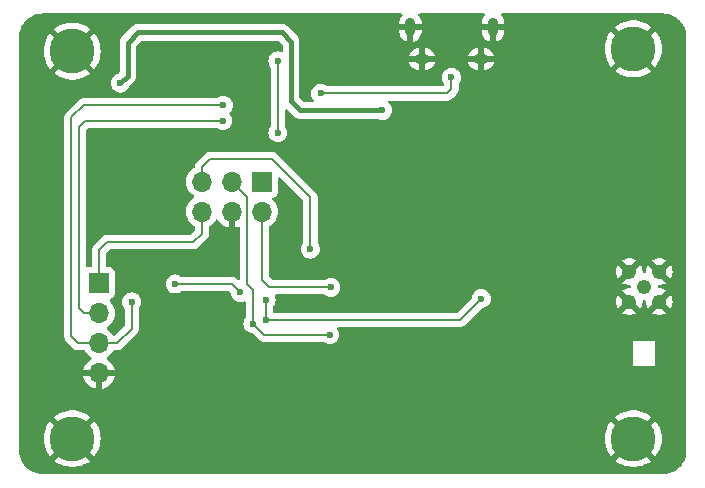
<source format=gbr>
%TF.GenerationSoftware,KiCad,Pcbnew,8.0.4-8.0.4-0~ubuntu24.04.1*%
%TF.CreationDate,2024-08-31T18:15:13+03:00*%
%TF.ProjectId,ground_control_using_pc,67726f75-6e64-45f6-936f-6e74726f6c5f,rev?*%
%TF.SameCoordinates,Original*%
%TF.FileFunction,Copper,L2,Bot*%
%TF.FilePolarity,Positive*%
%FSLAX46Y46*%
G04 Gerber Fmt 4.6, Leading zero omitted, Abs format (unit mm)*
G04 Created by KiCad (PCBNEW 8.0.4-8.0.4-0~ubuntu24.04.1) date 2024-08-31 18:15:13*
%MOMM*%
%LPD*%
G01*
G04 APERTURE LIST*
%TA.AperFunction,ComponentPad*%
%ADD10C,3.800000*%
%TD*%
%TA.AperFunction,ComponentPad*%
%ADD11R,1.700000X1.700000*%
%TD*%
%TA.AperFunction,ComponentPad*%
%ADD12O,1.700000X1.700000*%
%TD*%
%TA.AperFunction,ComponentPad*%
%ADD13C,1.240000*%
%TD*%
%TA.AperFunction,ComponentPad*%
%ADD14O,0.890000X1.550000*%
%TD*%
%TA.AperFunction,ComponentPad*%
%ADD15O,1.250000X0.950000*%
%TD*%
%TA.AperFunction,ViaPad*%
%ADD16C,0.600000*%
%TD*%
%TA.AperFunction,Conductor*%
%ADD17C,0.200000*%
%TD*%
%TA.AperFunction,Conductor*%
%ADD18C,0.400000*%
%TD*%
G04 APERTURE END LIST*
D10*
%TO.P,H4,1,1*%
%TO.N,GND*%
X202500000Y-104000000D03*
%TD*%
D11*
%TO.P,J6,1,Pin_1*%
%TO.N,/MISO*%
X171060000Y-82250000D03*
D12*
%TO.P,J6,2,Pin_2*%
%TO.N,/SCLK*%
X171060000Y-84790000D03*
%TO.P,J6,3,Pin_3*%
%TO.N,/reset*%
X168520000Y-82250000D03*
%TO.P,J6,4,Pin_4*%
%TO.N,GND*%
X168520000Y-84790000D03*
%TO.P,J6,5,Pin_5*%
%TO.N,/MOSI*%
X165980000Y-82250000D03*
%TO.P,J6,6,Pin_6*%
%TO.N,+3V3*%
X165980000Y-84790000D03*
%TD*%
D10*
%TO.P,H1,1,1*%
%TO.N,GND*%
X155000000Y-71200000D03*
%TD*%
%TO.P,H2,1,1*%
%TO.N,GND*%
X155000000Y-104000000D03*
%TD*%
D13*
%TO.P,AE1,1,A*%
%TO.N,Net-(AE1-A)*%
X203430000Y-91140000D03*
%TO.P,AE1,2,Shield*%
%TO.N,GND*%
X202160000Y-89870000D03*
X202160000Y-92410000D03*
X204700000Y-89870000D03*
X204700000Y-92410000D03*
%TD*%
D10*
%TO.P,H3,1,1*%
%TO.N,GND*%
X202500000Y-71000000D03*
%TD*%
D14*
%TO.P,J2,6,Shield*%
%TO.N,GND*%
X190620000Y-69180000D03*
D15*
X189620000Y-71880000D03*
X184620000Y-71880000D03*
D14*
X183620000Y-69180000D03*
%TD*%
D11*
%TO.P,J5,1,Pin_1*%
%TO.N,+3V3*%
X157270000Y-90840000D03*
D12*
%TO.P,J5,2,Pin_2*%
%TO.N,/RXD*%
X157270000Y-93380000D03*
%TO.P,J5,3,Pin_3*%
%TO.N,/TXD*%
X157270000Y-95920000D03*
%TO.P,J5,4,Pin_4*%
%TO.N,GND*%
X157270000Y-98460000D03*
%TD*%
D16*
%TO.N,GND*%
X177500000Y-84000000D03*
X187000000Y-97500000D03*
X189000000Y-97500000D03*
X189000000Y-96500000D03*
X185000000Y-97500000D03*
X184000000Y-97500000D03*
X186000000Y-99500000D03*
X187500000Y-106000000D03*
X187000000Y-98500000D03*
X184000000Y-96500000D03*
X166330000Y-98500000D03*
X190000000Y-96500000D03*
X185500000Y-105000000D03*
X184000000Y-98500000D03*
X185000000Y-98500000D03*
X190000000Y-98500000D03*
X188500000Y-105000000D03*
X186000000Y-97500000D03*
X173660000Y-77190000D03*
X176500000Y-86000000D03*
X173650000Y-77970000D03*
X185000000Y-99500000D03*
X168800000Y-89990000D03*
X188000000Y-97500000D03*
X176500000Y-85000000D03*
X189500000Y-105000000D03*
X188000000Y-99500000D03*
X187500000Y-105000000D03*
X186000000Y-96500000D03*
X184500000Y-105000000D03*
X187000000Y-99500000D03*
X188500000Y-106000000D03*
X184000000Y-99500000D03*
X176500000Y-84000000D03*
X189500000Y-106000000D03*
X177500000Y-85000000D03*
X185000000Y-96500000D03*
X184500000Y-106000000D03*
X186000000Y-98500000D03*
X188000000Y-96500000D03*
X187000000Y-96500000D03*
X177840000Y-73390000D03*
X186500000Y-105000000D03*
X190000000Y-99500000D03*
X173610000Y-78700000D03*
X188000000Y-98500000D03*
X189000000Y-99500000D03*
X190000000Y-97500000D03*
X186500000Y-106000000D03*
X177500000Y-86000000D03*
X185500000Y-106000000D03*
X189000000Y-98500000D03*
%TO.N,Net-(U1-XI)*%
X172400000Y-72020000D03*
X172400000Y-78100000D03*
%TO.N,+3V3*%
X171400000Y-92240000D03*
X189630000Y-92150000D03*
X171400000Y-93950000D03*
%TO.N,/RXD*%
X167740000Y-77080000D03*
%TO.N,/TXD*%
X160020000Y-92420000D03*
X167780000Y-75790000D03*
%TO.N,Net-(J2-D+)*%
X187100000Y-73420000D03*
X176020000Y-74780000D03*
%TO.N,/reset*%
X170290000Y-94270000D03*
X176790000Y-95200000D03*
%TO.N,/MOSI*%
X175160000Y-87950000D03*
%TO.N,/SCLK*%
X176890000Y-91200000D03*
%TO.N,Net-(U3-PB0)*%
X163710000Y-90910000D03*
X169230000Y-91630000D03*
%TO.N,Net-(D2-K)*%
X159070000Y-73900000D03*
X181260000Y-76210000D03*
%TD*%
D17*
%TO.N,Net-(U1-XI)*%
X172400000Y-72020000D02*
X172400000Y-78100000D01*
%TO.N,+3V3*%
X157270000Y-88025000D02*
X157270000Y-90840000D01*
X187830000Y-93950000D02*
X189630000Y-92150000D01*
X165980000Y-84790000D02*
X165980000Y-86640000D01*
X171400000Y-92240000D02*
X171400000Y-93950000D01*
X165980000Y-86640000D02*
X165260000Y-87360000D01*
X171400000Y-93950000D02*
X187830000Y-93950000D01*
X165260000Y-87360000D02*
X157935000Y-87360000D01*
X157935000Y-87360000D02*
X157270000Y-88025000D01*
%TO.N,/RXD*%
X155590000Y-77580000D02*
X155590000Y-92980000D01*
X155590000Y-92980000D02*
X155990000Y-93380000D01*
X167740000Y-77080000D02*
X156090000Y-77080000D01*
X155990000Y-93380000D02*
X157270000Y-93380000D01*
X156090000Y-77080000D02*
X155590000Y-77580000D01*
%TO.N,/TXD*%
X155950000Y-75790000D02*
X154930000Y-76810000D01*
X154930000Y-95350000D02*
X155500000Y-95920000D01*
X167780000Y-75790000D02*
X155950000Y-75790000D01*
X160020000Y-92420000D02*
X160020000Y-94720000D01*
X158820000Y-95920000D02*
X157270000Y-95920000D01*
X154930000Y-76810000D02*
X154930000Y-95350000D01*
X155500000Y-95920000D02*
X157270000Y-95920000D01*
X160020000Y-94720000D02*
X158820000Y-95920000D01*
%TO.N,Net-(J2-D+)*%
X186710000Y-74780000D02*
X187100000Y-74390000D01*
X176020000Y-74780000D02*
X186710000Y-74780000D01*
X187100000Y-74390000D02*
X187100000Y-73420000D01*
%TO.N,/reset*%
X170290000Y-91430000D02*
X170290000Y-94270000D01*
X171220000Y-95200000D02*
X176790000Y-95200000D01*
X168520000Y-82250000D02*
X169800000Y-83530000D01*
X170290000Y-94270000D02*
X171220000Y-95200000D01*
X169800000Y-83530000D02*
X169800000Y-90940000D01*
X169800000Y-90940000D02*
X170290000Y-91430000D01*
%TO.N,/MOSI*%
X171910000Y-80330000D02*
X166650000Y-80330000D01*
X166650000Y-80330000D02*
X165980000Y-81000000D01*
X165980000Y-81000000D02*
X165980000Y-82250000D01*
X175160000Y-87950000D02*
X175160000Y-83580000D01*
X175160000Y-83580000D02*
X171910000Y-80330000D01*
%TO.N,/SCLK*%
X176890000Y-91200000D02*
X171690000Y-91200000D01*
X171060000Y-90570000D02*
X171060000Y-84790000D01*
X171690000Y-91200000D02*
X171060000Y-90570000D01*
%TO.N,Net-(U3-PB0)*%
X168510000Y-90910000D02*
X163710000Y-90910000D01*
X169230000Y-91630000D02*
X168510000Y-90910000D01*
D18*
%TO.N,Net-(D2-K)*%
X159700000Y-73270000D02*
X159700000Y-70480000D01*
X159700000Y-70480000D02*
X160580000Y-69600000D01*
X173530000Y-75450000D02*
X174290000Y-76210000D01*
X173530000Y-70400000D02*
X173530000Y-75450000D01*
X172730000Y-69600000D02*
X173530000Y-70400000D01*
X174290000Y-76210000D02*
X181260000Y-76210000D01*
X159070000Y-73900000D02*
X159700000Y-73270000D01*
X160580000Y-69600000D02*
X172730000Y-69600000D01*
%TD*%
%TA.AperFunction,Conductor*%
%TO.N,GND*%
G36*
X182900745Y-68020185D02*
G01*
X182946500Y-68072989D01*
X182956444Y-68142147D01*
X182927419Y-68205703D01*
X182921387Y-68212181D01*
X182885973Y-68247594D01*
X182885970Y-68247598D01*
X182782555Y-68402368D01*
X182782550Y-68402377D01*
X182711316Y-68574353D01*
X182711314Y-68574361D01*
X182675000Y-68756921D01*
X182675000Y-68930000D01*
X183370000Y-68930000D01*
X183370000Y-69430000D01*
X182675000Y-69430000D01*
X182675000Y-69603078D01*
X182711314Y-69785638D01*
X182711316Y-69785646D01*
X182782550Y-69957622D01*
X182782555Y-69957631D01*
X182885970Y-70112401D01*
X182885973Y-70112405D01*
X183017594Y-70244026D01*
X183017598Y-70244029D01*
X183172368Y-70347444D01*
X183172381Y-70347451D01*
X183344350Y-70418682D01*
X183344355Y-70418683D01*
X183370000Y-70423784D01*
X183370000Y-69554728D01*
X183408060Y-69646614D01*
X183478386Y-69716940D01*
X183570272Y-69755000D01*
X183669728Y-69755000D01*
X183761614Y-69716940D01*
X183831940Y-69646614D01*
X183870000Y-69554728D01*
X183870000Y-70423783D01*
X183895644Y-70418683D01*
X183895649Y-70418682D01*
X184067618Y-70347451D01*
X184067631Y-70347444D01*
X184222401Y-70244029D01*
X184222405Y-70244026D01*
X184354026Y-70112405D01*
X184354029Y-70112401D01*
X184457444Y-69957631D01*
X184457449Y-69957622D01*
X184528683Y-69785646D01*
X184528685Y-69785638D01*
X184564999Y-69603078D01*
X184565000Y-69603076D01*
X184565000Y-69430000D01*
X183870000Y-69430000D01*
X183870000Y-68930000D01*
X184565000Y-68930000D01*
X184565000Y-68756923D01*
X184564999Y-68756921D01*
X184528685Y-68574361D01*
X184528683Y-68574353D01*
X184457449Y-68402377D01*
X184457444Y-68402368D01*
X184354029Y-68247598D01*
X184354026Y-68247594D01*
X184318613Y-68212181D01*
X184285128Y-68150858D01*
X184290112Y-68081166D01*
X184331984Y-68025233D01*
X184397448Y-68000816D01*
X184406294Y-68000500D01*
X189833706Y-68000500D01*
X189900745Y-68020185D01*
X189946500Y-68072989D01*
X189956444Y-68142147D01*
X189927419Y-68205703D01*
X189921387Y-68212181D01*
X189885973Y-68247594D01*
X189885970Y-68247598D01*
X189782555Y-68402368D01*
X189782550Y-68402377D01*
X189711316Y-68574353D01*
X189711314Y-68574361D01*
X189675000Y-68756921D01*
X189675000Y-68930000D01*
X190370000Y-68930000D01*
X190370000Y-69430000D01*
X189675000Y-69430000D01*
X189675000Y-69603078D01*
X189711314Y-69785638D01*
X189711316Y-69785646D01*
X189782550Y-69957622D01*
X189782555Y-69957631D01*
X189885970Y-70112401D01*
X189885973Y-70112405D01*
X190017594Y-70244026D01*
X190017598Y-70244029D01*
X190172368Y-70347444D01*
X190172381Y-70347451D01*
X190344350Y-70418682D01*
X190344355Y-70418683D01*
X190370000Y-70423784D01*
X190370000Y-69554728D01*
X190408060Y-69646614D01*
X190478386Y-69716940D01*
X190570272Y-69755000D01*
X190669728Y-69755000D01*
X190761614Y-69716940D01*
X190831940Y-69646614D01*
X190870000Y-69554728D01*
X190870000Y-70423783D01*
X190895644Y-70418683D01*
X190895649Y-70418682D01*
X191067618Y-70347451D01*
X191067631Y-70347444D01*
X191222401Y-70244029D01*
X191222405Y-70244026D01*
X191354026Y-70112405D01*
X191354029Y-70112401D01*
X191457444Y-69957631D01*
X191457449Y-69957622D01*
X191528683Y-69785646D01*
X191528685Y-69785638D01*
X191564999Y-69603078D01*
X191565000Y-69603076D01*
X191565000Y-69430000D01*
X190870000Y-69430000D01*
X190870000Y-68930000D01*
X191565000Y-68930000D01*
X191565000Y-68756923D01*
X191564999Y-68756921D01*
X191528685Y-68574361D01*
X191528683Y-68574353D01*
X191457449Y-68402377D01*
X191457444Y-68402368D01*
X191354029Y-68247598D01*
X191354026Y-68247594D01*
X191318613Y-68212181D01*
X191285128Y-68150858D01*
X191290112Y-68081166D01*
X191331984Y-68025233D01*
X191397448Y-68000816D01*
X191406294Y-68000500D01*
X204934108Y-68000500D01*
X204995933Y-68000500D01*
X205004043Y-68000765D01*
X205252895Y-68017075D01*
X205268953Y-68019190D01*
X205476105Y-68060395D01*
X205509535Y-68067045D01*
X205525202Y-68071243D01*
X205694947Y-68128863D01*
X205757481Y-68150091D01*
X205772458Y-68156294D01*
X205885786Y-68212181D01*
X205992460Y-68264787D01*
X206006508Y-68272897D01*
X206210464Y-68409177D01*
X206223328Y-68419048D01*
X206407749Y-68580781D01*
X206419218Y-68592250D01*
X206457526Y-68635932D01*
X206525451Y-68713386D01*
X206580951Y-68776671D01*
X206590825Y-68789539D01*
X206727102Y-68993492D01*
X206735212Y-69007539D01*
X206843702Y-69227534D01*
X206849909Y-69242520D01*
X206928756Y-69474797D01*
X206932954Y-69490464D01*
X206980807Y-69731035D01*
X206982925Y-69747116D01*
X206996449Y-69953458D01*
X206999235Y-69995956D01*
X206999500Y-70004066D01*
X206999500Y-104995933D01*
X206999235Y-105004043D01*
X206982925Y-105252883D01*
X206980807Y-105268964D01*
X206932954Y-105509535D01*
X206928756Y-105525202D01*
X206849909Y-105757479D01*
X206843702Y-105772465D01*
X206735212Y-105992460D01*
X206727102Y-106006507D01*
X206590825Y-106210460D01*
X206580951Y-106223328D01*
X206419218Y-106407749D01*
X206407749Y-106419218D01*
X206223328Y-106580951D01*
X206210460Y-106590825D01*
X206006507Y-106727102D01*
X205992460Y-106735212D01*
X205772465Y-106843702D01*
X205757479Y-106849909D01*
X205525202Y-106928756D01*
X205509535Y-106932954D01*
X205268964Y-106980807D01*
X205252883Y-106982925D01*
X205004043Y-106999235D01*
X204995933Y-106999500D01*
X152504067Y-106999500D01*
X152495957Y-106999235D01*
X152247116Y-106982925D01*
X152231035Y-106980807D01*
X151990464Y-106932954D01*
X151974797Y-106928756D01*
X151742520Y-106849909D01*
X151727534Y-106843702D01*
X151507539Y-106735212D01*
X151493492Y-106727102D01*
X151289539Y-106590825D01*
X151276671Y-106580951D01*
X151092250Y-106419218D01*
X151080781Y-106407749D01*
X150919048Y-106223328D01*
X150909174Y-106210460D01*
X150772897Y-106006507D01*
X150764787Y-105992460D01*
X150759529Y-105981799D01*
X150656294Y-105772458D01*
X150650090Y-105757479D01*
X150571243Y-105525202D01*
X150567045Y-105509535D01*
X150547935Y-105413464D01*
X150519190Y-105268953D01*
X150517075Y-105252895D01*
X150500765Y-105004043D01*
X150500500Y-104995933D01*
X150500500Y-103999994D01*
X152595255Y-103999994D01*
X152595255Y-104000005D01*
X152614215Y-104301383D01*
X152614216Y-104301390D01*
X152670805Y-104598040D01*
X152764125Y-104885247D01*
X152764127Y-104885252D01*
X152892704Y-105158491D01*
X152892707Y-105158497D01*
X153054516Y-105413469D01*
X153135311Y-105511133D01*
X154063708Y-104582736D01*
X154160967Y-104716602D01*
X154283398Y-104839033D01*
X154417262Y-104936290D01*
X153486564Y-105866987D01*
X153486565Y-105866989D01*
X153711461Y-106030385D01*
X153711479Y-106030397D01*
X153976109Y-106175878D01*
X153976117Y-106175882D01*
X154256889Y-106287047D01*
X154256892Y-106287048D01*
X154549399Y-106362150D01*
X154848995Y-106399999D01*
X154849007Y-106400000D01*
X155150993Y-106400000D01*
X155151004Y-106399999D01*
X155450600Y-106362150D01*
X155743107Y-106287048D01*
X155743110Y-106287047D01*
X156023882Y-106175882D01*
X156023890Y-106175878D01*
X156288520Y-106030397D01*
X156288530Y-106030390D01*
X156513433Y-105866987D01*
X156513434Y-105866987D01*
X155582737Y-104936290D01*
X155716602Y-104839033D01*
X155839033Y-104716602D01*
X155936290Y-104582737D01*
X156864687Y-105511134D01*
X156945486Y-105413464D01*
X157107292Y-105158497D01*
X157107295Y-105158491D01*
X157235872Y-104885252D01*
X157235874Y-104885247D01*
X157329194Y-104598040D01*
X157385783Y-104301390D01*
X157385784Y-104301383D01*
X157404745Y-104000005D01*
X157404745Y-103999994D01*
X200095255Y-103999994D01*
X200095255Y-104000005D01*
X200114215Y-104301383D01*
X200114216Y-104301390D01*
X200170805Y-104598040D01*
X200264125Y-104885247D01*
X200264127Y-104885252D01*
X200392704Y-105158491D01*
X200392707Y-105158497D01*
X200554516Y-105413469D01*
X200635311Y-105511133D01*
X201563708Y-104582736D01*
X201660967Y-104716602D01*
X201783398Y-104839033D01*
X201917262Y-104936290D01*
X200986564Y-105866987D01*
X200986565Y-105866989D01*
X201211461Y-106030385D01*
X201211479Y-106030397D01*
X201476109Y-106175878D01*
X201476117Y-106175882D01*
X201756889Y-106287047D01*
X201756892Y-106287048D01*
X202049399Y-106362150D01*
X202348995Y-106399999D01*
X202349007Y-106400000D01*
X202650993Y-106400000D01*
X202651004Y-106399999D01*
X202950600Y-106362150D01*
X203243107Y-106287048D01*
X203243110Y-106287047D01*
X203523882Y-106175882D01*
X203523890Y-106175878D01*
X203788520Y-106030397D01*
X203788530Y-106030390D01*
X204013433Y-105866987D01*
X204013434Y-105866987D01*
X203082737Y-104936290D01*
X203216602Y-104839033D01*
X203339033Y-104716602D01*
X203436290Y-104582737D01*
X204364687Y-105511134D01*
X204445486Y-105413464D01*
X204607292Y-105158497D01*
X204607295Y-105158491D01*
X204735872Y-104885252D01*
X204735874Y-104885247D01*
X204829194Y-104598040D01*
X204885783Y-104301390D01*
X204885784Y-104301383D01*
X204904745Y-104000005D01*
X204904745Y-103999994D01*
X204885784Y-103698616D01*
X204885783Y-103698609D01*
X204829194Y-103401959D01*
X204735874Y-103114752D01*
X204735872Y-103114747D01*
X204607295Y-102841508D01*
X204607292Y-102841502D01*
X204445483Y-102586530D01*
X204364686Y-102488864D01*
X203436289Y-103417261D01*
X203339033Y-103283398D01*
X203216602Y-103160967D01*
X203082736Y-103063709D01*
X204013434Y-102133011D01*
X204013433Y-102133009D01*
X203788538Y-101969614D01*
X203788520Y-101969602D01*
X203523890Y-101824121D01*
X203523882Y-101824117D01*
X203243110Y-101712952D01*
X203243107Y-101712951D01*
X202950600Y-101637849D01*
X202651004Y-101600000D01*
X202348995Y-101600000D01*
X202049399Y-101637849D01*
X201756892Y-101712951D01*
X201756889Y-101712952D01*
X201476117Y-101824117D01*
X201476109Y-101824121D01*
X201211476Y-101969604D01*
X201211471Y-101969607D01*
X200986565Y-102133010D01*
X200986564Y-102133011D01*
X201917262Y-103063709D01*
X201783398Y-103160967D01*
X201660967Y-103283398D01*
X201563709Y-103417262D01*
X200635311Y-102488864D01*
X200554520Y-102586525D01*
X200554518Y-102586528D01*
X200392707Y-102841502D01*
X200392704Y-102841508D01*
X200264127Y-103114747D01*
X200264125Y-103114752D01*
X200170805Y-103401959D01*
X200114216Y-103698609D01*
X200114215Y-103698616D01*
X200095255Y-103999994D01*
X157404745Y-103999994D01*
X157385784Y-103698616D01*
X157385783Y-103698609D01*
X157329194Y-103401959D01*
X157235874Y-103114752D01*
X157235872Y-103114747D01*
X157107295Y-102841508D01*
X157107292Y-102841502D01*
X156945483Y-102586530D01*
X156864686Y-102488864D01*
X155936289Y-103417261D01*
X155839033Y-103283398D01*
X155716602Y-103160967D01*
X155582736Y-103063709D01*
X156513434Y-102133011D01*
X156513433Y-102133009D01*
X156288538Y-101969614D01*
X156288520Y-101969602D01*
X156023890Y-101824121D01*
X156023882Y-101824117D01*
X155743110Y-101712952D01*
X155743107Y-101712951D01*
X155450600Y-101637849D01*
X155151004Y-101600000D01*
X154848995Y-101600000D01*
X154549399Y-101637849D01*
X154256892Y-101712951D01*
X154256889Y-101712952D01*
X153976117Y-101824117D01*
X153976109Y-101824121D01*
X153711476Y-101969604D01*
X153711471Y-101969607D01*
X153486565Y-102133010D01*
X153486564Y-102133011D01*
X154417262Y-103063709D01*
X154283398Y-103160967D01*
X154160967Y-103283398D01*
X154063709Y-103417262D01*
X153135311Y-102488864D01*
X153054520Y-102586525D01*
X153054518Y-102586528D01*
X152892707Y-102841502D01*
X152892704Y-102841508D01*
X152764127Y-103114747D01*
X152764125Y-103114752D01*
X152670805Y-103401959D01*
X152614216Y-103698609D01*
X152614215Y-103698616D01*
X152595255Y-103999994D01*
X150500500Y-103999994D01*
X150500500Y-95429054D01*
X154329498Y-95429054D01*
X154329499Y-95429057D01*
X154370423Y-95581785D01*
X154397201Y-95628165D01*
X154449480Y-95718716D01*
X154561284Y-95830520D01*
X154561285Y-95830521D01*
X155131284Y-96400520D01*
X155131286Y-96400521D01*
X155131290Y-96400524D01*
X155268209Y-96479573D01*
X155268216Y-96479577D01*
X155420943Y-96520501D01*
X155420945Y-96520501D01*
X155586654Y-96520501D01*
X155586670Y-96520500D01*
X155980909Y-96520500D01*
X156047948Y-96540185D01*
X156093292Y-96592097D01*
X156095965Y-96597830D01*
X156095966Y-96597831D01*
X156231501Y-96791395D01*
X156231506Y-96791402D01*
X156398597Y-96958493D01*
X156398603Y-96958498D01*
X156584594Y-97088730D01*
X156628219Y-97143307D01*
X156635413Y-97212805D01*
X156603890Y-97275160D01*
X156584595Y-97291880D01*
X156398922Y-97421890D01*
X156398920Y-97421891D01*
X156231891Y-97588920D01*
X156231886Y-97588926D01*
X156096400Y-97782420D01*
X156096399Y-97782422D01*
X155996570Y-97996507D01*
X155996567Y-97996513D01*
X155939364Y-98209999D01*
X155939364Y-98210000D01*
X156836988Y-98210000D01*
X156804075Y-98267007D01*
X156770000Y-98394174D01*
X156770000Y-98525826D01*
X156804075Y-98652993D01*
X156836988Y-98710000D01*
X155939364Y-98710000D01*
X155996567Y-98923486D01*
X155996570Y-98923492D01*
X156096399Y-99137578D01*
X156231894Y-99331082D01*
X156398917Y-99498105D01*
X156592421Y-99633600D01*
X156806507Y-99733429D01*
X156806516Y-99733433D01*
X157020000Y-99790634D01*
X157020000Y-98893012D01*
X157077007Y-98925925D01*
X157204174Y-98960000D01*
X157335826Y-98960000D01*
X157462993Y-98925925D01*
X157520000Y-98893012D01*
X157520000Y-99790633D01*
X157733483Y-99733433D01*
X157733492Y-99733429D01*
X157947578Y-99633600D01*
X158141082Y-99498105D01*
X158308105Y-99331082D01*
X158443600Y-99137578D01*
X158543429Y-98923492D01*
X158543432Y-98923486D01*
X158600636Y-98710000D01*
X157703012Y-98710000D01*
X157735925Y-98652993D01*
X157770000Y-98525826D01*
X157770000Y-98394174D01*
X157735925Y-98267007D01*
X157703012Y-98210000D01*
X158600636Y-98210000D01*
X158600635Y-98209999D01*
X158543432Y-97996513D01*
X158543429Y-97996507D01*
X158472780Y-97845000D01*
X202470000Y-97845000D01*
X204370000Y-97845000D01*
X204370000Y-95755000D01*
X202470000Y-95755000D01*
X202470000Y-97845000D01*
X158472780Y-97845000D01*
X158443600Y-97782422D01*
X158443599Y-97782420D01*
X158308113Y-97588926D01*
X158308108Y-97588920D01*
X158141078Y-97421890D01*
X157955405Y-97291879D01*
X157911780Y-97237302D01*
X157904588Y-97167804D01*
X157936110Y-97105449D01*
X157955406Y-97088730D01*
X158141401Y-96958495D01*
X158308495Y-96791401D01*
X158444035Y-96597830D01*
X158446707Y-96592097D01*
X158492878Y-96539658D01*
X158559091Y-96520500D01*
X158733331Y-96520500D01*
X158733347Y-96520501D01*
X158740943Y-96520501D01*
X158899054Y-96520501D01*
X158899057Y-96520501D01*
X159051785Y-96479577D01*
X159101904Y-96450639D01*
X159188716Y-96400520D01*
X159300520Y-96288716D01*
X159300520Y-96288714D01*
X159310728Y-96278507D01*
X159310730Y-96278504D01*
X160378506Y-95210728D01*
X160378511Y-95210724D01*
X160388714Y-95200520D01*
X160388716Y-95200520D01*
X160500520Y-95088716D01*
X160554171Y-94995789D01*
X160579577Y-94951785D01*
X160620500Y-94799058D01*
X160620500Y-94640943D01*
X160620500Y-93002412D01*
X160640185Y-92935373D01*
X160647555Y-92925097D01*
X160649810Y-92922267D01*
X160649816Y-92922262D01*
X160745789Y-92769522D01*
X160805368Y-92599255D01*
X160808426Y-92572114D01*
X160825565Y-92420003D01*
X160825565Y-92419996D01*
X160805369Y-92240750D01*
X160805368Y-92240745D01*
X160805106Y-92239996D01*
X160745789Y-92070478D01*
X160739676Y-92060750D01*
X160683126Y-91970750D01*
X160649816Y-91917738D01*
X160522262Y-91790184D01*
X160439010Y-91737873D01*
X160369523Y-91694211D01*
X160199254Y-91634631D01*
X160199249Y-91634630D01*
X160020004Y-91614435D01*
X160019996Y-91614435D01*
X159840750Y-91634630D01*
X159840745Y-91634631D01*
X159670476Y-91694211D01*
X159517737Y-91790184D01*
X159390184Y-91917737D01*
X159294211Y-92070476D01*
X159234631Y-92240745D01*
X159234630Y-92240750D01*
X159214435Y-92419996D01*
X159214435Y-92420003D01*
X159234630Y-92599249D01*
X159234631Y-92599254D01*
X159294211Y-92769523D01*
X159323622Y-92816330D01*
X159386465Y-92916344D01*
X159390185Y-92922263D01*
X159392445Y-92925097D01*
X159393334Y-92927275D01*
X159393889Y-92928158D01*
X159393734Y-92928255D01*
X159418855Y-92989783D01*
X159419500Y-93002412D01*
X159419500Y-94419903D01*
X159399815Y-94486942D01*
X159383181Y-94507584D01*
X158632773Y-95257991D01*
X158571450Y-95291476D01*
X158501758Y-95286492D01*
X158445825Y-95244620D01*
X158443554Y-95241485D01*
X158308495Y-95048599D01*
X158308493Y-95048596D01*
X158141402Y-94881506D01*
X158141396Y-94881501D01*
X157955842Y-94751575D01*
X157912217Y-94696998D01*
X157905023Y-94627500D01*
X157936546Y-94565145D01*
X157955842Y-94548425D01*
X157978026Y-94532891D01*
X158141401Y-94418495D01*
X158308495Y-94251401D01*
X158444035Y-94057830D01*
X158543903Y-93843663D01*
X158605063Y-93615408D01*
X158625659Y-93380000D01*
X158605063Y-93144592D01*
X158543903Y-92916337D01*
X158444035Y-92702171D01*
X158420028Y-92667886D01*
X158308496Y-92508600D01*
X158265190Y-92465294D01*
X158186567Y-92386671D01*
X158153084Y-92325351D01*
X158158068Y-92255659D01*
X158199939Y-92199725D01*
X158230915Y-92182810D01*
X158362331Y-92133796D01*
X158477546Y-92047546D01*
X158563796Y-91932331D01*
X158614091Y-91797483D01*
X158620500Y-91737873D01*
X158620499Y-89942128D01*
X158614091Y-89882517D01*
X158609422Y-89870000D01*
X158563797Y-89747671D01*
X158563793Y-89747664D01*
X158477547Y-89632455D01*
X158477544Y-89632452D01*
X158362335Y-89546206D01*
X158362328Y-89546202D01*
X158227482Y-89495908D01*
X158227483Y-89495908D01*
X158167883Y-89489501D01*
X158167881Y-89489500D01*
X158167873Y-89489500D01*
X158167865Y-89489500D01*
X157994500Y-89489500D01*
X157927461Y-89469815D01*
X157881706Y-89417011D01*
X157870500Y-89365500D01*
X157870500Y-88325097D01*
X157890185Y-88258058D01*
X157906819Y-88237416D01*
X158147416Y-87996819D01*
X158208739Y-87963334D01*
X158235097Y-87960500D01*
X165173331Y-87960500D01*
X165173347Y-87960501D01*
X165180943Y-87960501D01*
X165339054Y-87960501D01*
X165339057Y-87960501D01*
X165491785Y-87919577D01*
X165541904Y-87890639D01*
X165628716Y-87840520D01*
X165740520Y-87728716D01*
X165740520Y-87728714D01*
X165750728Y-87718507D01*
X165750729Y-87718504D01*
X166460520Y-87008716D01*
X166539577Y-86871784D01*
X166580501Y-86719057D01*
X166580501Y-86560942D01*
X166580501Y-86553347D01*
X166580500Y-86553329D01*
X166580500Y-86079090D01*
X166600185Y-86012051D01*
X166652101Y-85966706D01*
X166657830Y-85964035D01*
X166851401Y-85828495D01*
X167018495Y-85661401D01*
X167148730Y-85475405D01*
X167203307Y-85431781D01*
X167272805Y-85424587D01*
X167335160Y-85456110D01*
X167351879Y-85475405D01*
X167481890Y-85661078D01*
X167648917Y-85828105D01*
X167842421Y-85963600D01*
X168056507Y-86063429D01*
X168056516Y-86063433D01*
X168270000Y-86120634D01*
X168270000Y-85223012D01*
X168327007Y-85255925D01*
X168454174Y-85290000D01*
X168585826Y-85290000D01*
X168712993Y-85255925D01*
X168770000Y-85223012D01*
X168770000Y-86120633D01*
X168983483Y-86063433D01*
X168983492Y-86063430D01*
X169023095Y-86044963D01*
X169092172Y-86034471D01*
X169155956Y-86062991D01*
X169194196Y-86121467D01*
X169199500Y-86157345D01*
X169199500Y-90450902D01*
X169179815Y-90517941D01*
X169127011Y-90563696D01*
X169057853Y-90573640D01*
X168994297Y-90544615D01*
X168987819Y-90538583D01*
X168878717Y-90429481D01*
X168878709Y-90429475D01*
X168776936Y-90370717D01*
X168776934Y-90370716D01*
X168741790Y-90350425D01*
X168741789Y-90350424D01*
X168729263Y-90347067D01*
X168589057Y-90309499D01*
X168430943Y-90309499D01*
X168423347Y-90309499D01*
X168423331Y-90309500D01*
X164292412Y-90309500D01*
X164225373Y-90289815D01*
X164215097Y-90282445D01*
X164212263Y-90280185D01*
X164212262Y-90280184D01*
X164094333Y-90206084D01*
X164059523Y-90184211D01*
X163889254Y-90124631D01*
X163889249Y-90124630D01*
X163710004Y-90104435D01*
X163709996Y-90104435D01*
X163530750Y-90124630D01*
X163530745Y-90124631D01*
X163360476Y-90184211D01*
X163207737Y-90280184D01*
X163080184Y-90407737D01*
X162984211Y-90560476D01*
X162924631Y-90730745D01*
X162924630Y-90730750D01*
X162904435Y-90909996D01*
X162904435Y-90910003D01*
X162924630Y-91089249D01*
X162924631Y-91089254D01*
X162984211Y-91259523D01*
X163059444Y-91379254D01*
X163080184Y-91412262D01*
X163207738Y-91539816D01*
X163223185Y-91549522D01*
X163358636Y-91634632D01*
X163360478Y-91635789D01*
X163530745Y-91695368D01*
X163530750Y-91695369D01*
X163709996Y-91715565D01*
X163710000Y-91715565D01*
X163710004Y-91715565D01*
X163889249Y-91695369D01*
X163889252Y-91695368D01*
X163889255Y-91695368D01*
X164059522Y-91635789D01*
X164212262Y-91539816D01*
X164212267Y-91539810D01*
X164215097Y-91537555D01*
X164217275Y-91536665D01*
X164218158Y-91536111D01*
X164218255Y-91536265D01*
X164279783Y-91511145D01*
X164292412Y-91510500D01*
X168209903Y-91510500D01*
X168276942Y-91530185D01*
X168297584Y-91546819D01*
X168399298Y-91648533D01*
X168432783Y-91709856D01*
X168434837Y-91722330D01*
X168444630Y-91809249D01*
X168504210Y-91979521D01*
X168563523Y-92073916D01*
X168600184Y-92132262D01*
X168727738Y-92259816D01*
X168880478Y-92355789D01*
X168995232Y-92395943D01*
X169050745Y-92415368D01*
X169050750Y-92415369D01*
X169229996Y-92435565D01*
X169230000Y-92435565D01*
X169230004Y-92435565D01*
X169409249Y-92415369D01*
X169409251Y-92415368D01*
X169409255Y-92415368D01*
X169409258Y-92415366D01*
X169409262Y-92415366D01*
X169524545Y-92375027D01*
X169594324Y-92371465D01*
X169654951Y-92406193D01*
X169687179Y-92468187D01*
X169689500Y-92492068D01*
X169689500Y-93687587D01*
X169669815Y-93754626D01*
X169662450Y-93764896D01*
X169660186Y-93767734D01*
X169564211Y-93920476D01*
X169504631Y-94090745D01*
X169504630Y-94090750D01*
X169484435Y-94269996D01*
X169484435Y-94270003D01*
X169504630Y-94449249D01*
X169504631Y-94449254D01*
X169564211Y-94619523D01*
X169643660Y-94745965D01*
X169660184Y-94772262D01*
X169787738Y-94899816D01*
X169940478Y-94995789D01*
X170110745Y-95055368D01*
X170197669Y-95065161D01*
X170262080Y-95092226D01*
X170271464Y-95100699D01*
X170851284Y-95680520D01*
X170851286Y-95680521D01*
X170851290Y-95680524D01*
X170980288Y-95755000D01*
X170988216Y-95759577D01*
X171140943Y-95800501D01*
X171140945Y-95800501D01*
X171306654Y-95800501D01*
X171306670Y-95800500D01*
X176207588Y-95800500D01*
X176274627Y-95820185D01*
X176284903Y-95827555D01*
X176287736Y-95829814D01*
X176287738Y-95829816D01*
X176440478Y-95925789D01*
X176610745Y-95985368D01*
X176610750Y-95985369D01*
X176789996Y-96005565D01*
X176790000Y-96005565D01*
X176790004Y-96005565D01*
X176969249Y-95985369D01*
X176969252Y-95985368D01*
X176969255Y-95985368D01*
X177139522Y-95925789D01*
X177292262Y-95829816D01*
X177419816Y-95702262D01*
X177515789Y-95549522D01*
X177575368Y-95379255D01*
X177584319Y-95299815D01*
X177595565Y-95200003D01*
X177595565Y-95199996D01*
X177575369Y-95020750D01*
X177575368Y-95020745D01*
X177515788Y-94850475D01*
X177446668Y-94740473D01*
X177427667Y-94673236D01*
X177448034Y-94606401D01*
X177501302Y-94561186D01*
X177551661Y-94550500D01*
X187743331Y-94550500D01*
X187743347Y-94550501D01*
X187750943Y-94550501D01*
X187909054Y-94550501D01*
X187909057Y-94550501D01*
X188061785Y-94509577D01*
X188123040Y-94474211D01*
X188198716Y-94430520D01*
X188310520Y-94318716D01*
X188310520Y-94318714D01*
X188320724Y-94308511D01*
X188320728Y-94308506D01*
X189648535Y-92980698D01*
X189709856Y-92947215D01*
X189722311Y-92945163D01*
X189809255Y-92935368D01*
X189979522Y-92875789D01*
X190132262Y-92779816D01*
X190259816Y-92652262D01*
X190355789Y-92499522D01*
X190415368Y-92329255D01*
X190415808Y-92325351D01*
X190435565Y-92150003D01*
X190435565Y-92149996D01*
X190415369Y-91970750D01*
X190415368Y-91970745D01*
X190387281Y-91890478D01*
X190355789Y-91800478D01*
X190353906Y-91797482D01*
X190306685Y-91722330D01*
X190259816Y-91647738D01*
X190132262Y-91520184D01*
X190079646Y-91487123D01*
X189979523Y-91424211D01*
X189809254Y-91364631D01*
X189809249Y-91364630D01*
X189630004Y-91344435D01*
X189629996Y-91344435D01*
X189450750Y-91364630D01*
X189450745Y-91364631D01*
X189280476Y-91424211D01*
X189127737Y-91520184D01*
X189000184Y-91647737D01*
X188904210Y-91800478D01*
X188844630Y-91970750D01*
X188834837Y-92057668D01*
X188807770Y-92122082D01*
X188799298Y-92131465D01*
X187617584Y-93313181D01*
X187556261Y-93346666D01*
X187529903Y-93349500D01*
X172124500Y-93349500D01*
X172057461Y-93329815D01*
X172011706Y-93277011D01*
X172000500Y-93225500D01*
X172000500Y-92822412D01*
X172020185Y-92755373D01*
X172027555Y-92745097D01*
X172029810Y-92742267D01*
X172029816Y-92742262D01*
X172125789Y-92589522D01*
X172185368Y-92419255D01*
X172185806Y-92415368D01*
X172205565Y-92240003D01*
X172205565Y-92239996D01*
X172185369Y-92060750D01*
X172185367Y-92060742D01*
X172152025Y-91965454D01*
X172148464Y-91895675D01*
X172183193Y-91835048D01*
X172245186Y-91802821D01*
X172269067Y-91800500D01*
X176307588Y-91800500D01*
X176374627Y-91820185D01*
X176384903Y-91827555D01*
X176387736Y-91829814D01*
X176387738Y-91829816D01*
X176540478Y-91925789D01*
X176653834Y-91965454D01*
X176710745Y-91985368D01*
X176710750Y-91985369D01*
X176889996Y-92005565D01*
X176890000Y-92005565D01*
X176890004Y-92005565D01*
X177069249Y-91985369D01*
X177069252Y-91985368D01*
X177069255Y-91985368D01*
X177239522Y-91925789D01*
X177392262Y-91829816D01*
X177519816Y-91702262D01*
X177615789Y-91549522D01*
X177675368Y-91379255D01*
X177679028Y-91346773D01*
X177695565Y-91200003D01*
X177695565Y-91199996D01*
X177675369Y-91020750D01*
X177675368Y-91020745D01*
X177636618Y-90910003D01*
X177615789Y-90850478D01*
X177519816Y-90697738D01*
X177392262Y-90570184D01*
X177376812Y-90560476D01*
X177239523Y-90474211D01*
X177069254Y-90414631D01*
X177069249Y-90414630D01*
X176890004Y-90394435D01*
X176889996Y-90394435D01*
X176710750Y-90414630D01*
X176710745Y-90414631D01*
X176540476Y-90474211D01*
X176387736Y-90570185D01*
X176384903Y-90572445D01*
X176382724Y-90573334D01*
X176381842Y-90573889D01*
X176381744Y-90573734D01*
X176320217Y-90598855D01*
X176307588Y-90599500D01*
X171990098Y-90599500D01*
X171923059Y-90579815D01*
X171902417Y-90563181D01*
X171696819Y-90357583D01*
X171663334Y-90296260D01*
X171660500Y-90269902D01*
X171660500Y-89869999D01*
X201035202Y-89869999D01*
X201035202Y-89870000D01*
X201054353Y-90076676D01*
X201111158Y-90276327D01*
X201203673Y-90462123D01*
X201203681Y-90462136D01*
X201208254Y-90468191D01*
X201742356Y-89934089D01*
X201768622Y-90032114D01*
X201823916Y-90127886D01*
X201902114Y-90206084D01*
X201997886Y-90261378D01*
X202095909Y-90287642D01*
X201564785Y-90818767D01*
X201564785Y-90818768D01*
X201658625Y-90876872D01*
X201658634Y-90876877D01*
X201852186Y-90951859D01*
X202056219Y-90990000D01*
X202182578Y-90990000D01*
X202249617Y-91009685D01*
X202295372Y-91062489D01*
X202306049Y-91125441D01*
X202304700Y-91139999D01*
X202304700Y-91140000D01*
X202306049Y-91154559D01*
X202292634Y-91223129D01*
X202244277Y-91273560D01*
X202182578Y-91290000D01*
X202056219Y-91290000D01*
X201852186Y-91328140D01*
X201852185Y-91328140D01*
X201658634Y-91403121D01*
X201658633Y-91403122D01*
X201564784Y-91461231D01*
X202095909Y-91992356D01*
X201997886Y-92018622D01*
X201902114Y-92073916D01*
X201823916Y-92152114D01*
X201768622Y-92247886D01*
X201742356Y-92345909D01*
X201208254Y-91811807D01*
X201208253Y-91811808D01*
X201203679Y-91817866D01*
X201203675Y-91817872D01*
X201111158Y-92003672D01*
X201054353Y-92203323D01*
X201035202Y-92409999D01*
X201035202Y-92410000D01*
X201054353Y-92616676D01*
X201111158Y-92816327D01*
X201203673Y-93002123D01*
X201203681Y-93002136D01*
X201208254Y-93008191D01*
X201742356Y-92474089D01*
X201768622Y-92572114D01*
X201823916Y-92667886D01*
X201902114Y-92746084D01*
X201997886Y-92801378D01*
X202095909Y-92827643D01*
X201564785Y-93358767D01*
X201564785Y-93358768D01*
X201658625Y-93416872D01*
X201658634Y-93416877D01*
X201852186Y-93491859D01*
X202056219Y-93530000D01*
X202263781Y-93530000D01*
X202467813Y-93491859D01*
X202467814Y-93491859D01*
X202661370Y-93416875D01*
X202755214Y-93358768D01*
X202755214Y-93358767D01*
X202224090Y-92827642D01*
X202322114Y-92801378D01*
X202417886Y-92746084D01*
X202496084Y-92667886D01*
X202551378Y-92572114D01*
X202577643Y-92474089D01*
X203111744Y-93008190D01*
X203111745Y-93008190D01*
X203116324Y-93002127D01*
X203116326Y-93002124D01*
X203208840Y-92816330D01*
X203208841Y-92816329D01*
X203265646Y-92616676D01*
X203284797Y-92410001D01*
X203283495Y-92395943D01*
X203296909Y-92327373D01*
X203345265Y-92276941D01*
X203406966Y-92260500D01*
X203453034Y-92260500D01*
X203520073Y-92280185D01*
X203565828Y-92332989D01*
X203576505Y-92395943D01*
X203575202Y-92410001D01*
X203594353Y-92616676D01*
X203651158Y-92816327D01*
X203743673Y-93002123D01*
X203743681Y-93002136D01*
X203748254Y-93008191D01*
X204282356Y-92474089D01*
X204308622Y-92572114D01*
X204363916Y-92667886D01*
X204442114Y-92746084D01*
X204537886Y-92801378D01*
X204635909Y-92827643D01*
X204104785Y-93358767D01*
X204104785Y-93358768D01*
X204198625Y-93416872D01*
X204198634Y-93416877D01*
X204392186Y-93491859D01*
X204596219Y-93530000D01*
X204803781Y-93530000D01*
X205007813Y-93491859D01*
X205007814Y-93491859D01*
X205201370Y-93416875D01*
X205295214Y-93358768D01*
X205295214Y-93358767D01*
X204764090Y-92827642D01*
X204862114Y-92801378D01*
X204957886Y-92746084D01*
X205036084Y-92667886D01*
X205091378Y-92572114D01*
X205117643Y-92474090D01*
X205651744Y-93008190D01*
X205651745Y-93008190D01*
X205656324Y-93002127D01*
X205656326Y-93002124D01*
X205748840Y-92816330D01*
X205748841Y-92816329D01*
X205805646Y-92616676D01*
X205824798Y-92410000D01*
X205824798Y-92409999D01*
X205805646Y-92203323D01*
X205748841Y-92003670D01*
X205748840Y-92003669D01*
X205656328Y-91817879D01*
X205656324Y-91817873D01*
X205651744Y-91811808D01*
X205117643Y-92345909D01*
X205091378Y-92247886D01*
X205036084Y-92152114D01*
X204957886Y-92073916D01*
X204862114Y-92018622D01*
X204764089Y-91992356D01*
X205295214Y-91461231D01*
X205295213Y-91461229D01*
X205201374Y-91403126D01*
X205007813Y-91328140D01*
X204803781Y-91290000D01*
X204677422Y-91290000D01*
X204610383Y-91270315D01*
X204564628Y-91217511D01*
X204553951Y-91154559D01*
X204555300Y-91140000D01*
X204555300Y-91139999D01*
X204553951Y-91125441D01*
X204567366Y-91056871D01*
X204615723Y-91006440D01*
X204677422Y-90990000D01*
X204803781Y-90990000D01*
X205007813Y-90951859D01*
X205007814Y-90951859D01*
X205201370Y-90876875D01*
X205295214Y-90818768D01*
X205295214Y-90818767D01*
X204764090Y-90287643D01*
X204862114Y-90261378D01*
X204957886Y-90206084D01*
X205036084Y-90127886D01*
X205091378Y-90032114D01*
X205117643Y-89934090D01*
X205651744Y-90468190D01*
X205651745Y-90468190D01*
X205656324Y-90462127D01*
X205656326Y-90462124D01*
X205748840Y-90276330D01*
X205748841Y-90276329D01*
X205805646Y-90076676D01*
X205824798Y-89870000D01*
X205824798Y-89869999D01*
X205805646Y-89663323D01*
X205748841Y-89463670D01*
X205748840Y-89463669D01*
X205656328Y-89277879D01*
X205656324Y-89277873D01*
X205651744Y-89271808D01*
X205117643Y-89805909D01*
X205091378Y-89707886D01*
X205036084Y-89612114D01*
X204957886Y-89533916D01*
X204862114Y-89478622D01*
X204764089Y-89452356D01*
X205295214Y-88921231D01*
X205295213Y-88921229D01*
X205201374Y-88863126D01*
X205007813Y-88788140D01*
X204803781Y-88750000D01*
X204596219Y-88750000D01*
X204392186Y-88788140D01*
X204392185Y-88788140D01*
X204198634Y-88863121D01*
X204198633Y-88863122D01*
X204104784Y-88921231D01*
X204635910Y-89452356D01*
X204537886Y-89478622D01*
X204442114Y-89533916D01*
X204363916Y-89612114D01*
X204308622Y-89707886D01*
X204282356Y-89805909D01*
X203748254Y-89271807D01*
X203748253Y-89271808D01*
X203743679Y-89277866D01*
X203743675Y-89277872D01*
X203651158Y-89463672D01*
X203594353Y-89663323D01*
X203575202Y-89869998D01*
X203576505Y-89884057D01*
X203563091Y-89952627D01*
X203514734Y-90003060D01*
X203453034Y-90019500D01*
X203406966Y-90019500D01*
X203339927Y-89999815D01*
X203294172Y-89947011D01*
X203283495Y-89884057D01*
X203284797Y-89869998D01*
X203265646Y-89663323D01*
X203208841Y-89463670D01*
X203208840Y-89463669D01*
X203116328Y-89277879D01*
X203116324Y-89277873D01*
X203111744Y-89271808D01*
X202577642Y-89805909D01*
X202551378Y-89707886D01*
X202496084Y-89612114D01*
X202417886Y-89533916D01*
X202322114Y-89478622D01*
X202224089Y-89452356D01*
X202755214Y-88921231D01*
X202755213Y-88921229D01*
X202661374Y-88863126D01*
X202467813Y-88788140D01*
X202263781Y-88750000D01*
X202056219Y-88750000D01*
X201852186Y-88788140D01*
X201852185Y-88788140D01*
X201658634Y-88863121D01*
X201658633Y-88863122D01*
X201564784Y-88921231D01*
X202095910Y-89452356D01*
X201997886Y-89478622D01*
X201902114Y-89533916D01*
X201823916Y-89612114D01*
X201768622Y-89707886D01*
X201742356Y-89805909D01*
X201208254Y-89271807D01*
X201208253Y-89271808D01*
X201203679Y-89277866D01*
X201203675Y-89277872D01*
X201111158Y-89463672D01*
X201054353Y-89663323D01*
X201035202Y-89869999D01*
X171660500Y-89869999D01*
X171660500Y-86079090D01*
X171680185Y-86012051D01*
X171732101Y-85966706D01*
X171737830Y-85964035D01*
X171931401Y-85828495D01*
X172098495Y-85661401D01*
X172234035Y-85467830D01*
X172333903Y-85253663D01*
X172395063Y-85025408D01*
X172415659Y-84790000D01*
X172395063Y-84554592D01*
X172333903Y-84326337D01*
X172234035Y-84112171D01*
X172228730Y-84104595D01*
X172098496Y-83918600D01*
X172059993Y-83880097D01*
X171976567Y-83796671D01*
X171943084Y-83735351D01*
X171948068Y-83665659D01*
X171989939Y-83609725D01*
X172020915Y-83592810D01*
X172152331Y-83543796D01*
X172267546Y-83457546D01*
X172353796Y-83342331D01*
X172404091Y-83207483D01*
X172410500Y-83147873D01*
X172410499Y-81979095D01*
X172430184Y-81912057D01*
X172482987Y-81866302D01*
X172552146Y-81856358D01*
X172615702Y-81885383D01*
X172622180Y-81891415D01*
X174523181Y-83792416D01*
X174556666Y-83853739D01*
X174559500Y-83880097D01*
X174559500Y-87367587D01*
X174539815Y-87434626D01*
X174532450Y-87444896D01*
X174530186Y-87447734D01*
X174434211Y-87600476D01*
X174374631Y-87770745D01*
X174374630Y-87770750D01*
X174354435Y-87949996D01*
X174354435Y-87950003D01*
X174374630Y-88129249D01*
X174374631Y-88129254D01*
X174434211Y-88299523D01*
X174530184Y-88452262D01*
X174657738Y-88579816D01*
X174810478Y-88675789D01*
X174980745Y-88735368D01*
X174980750Y-88735369D01*
X175159996Y-88755565D01*
X175160000Y-88755565D01*
X175160004Y-88755565D01*
X175339249Y-88735369D01*
X175339252Y-88735368D01*
X175339255Y-88735368D01*
X175509522Y-88675789D01*
X175662262Y-88579816D01*
X175789816Y-88452262D01*
X175885789Y-88299522D01*
X175945368Y-88129255D01*
X175965565Y-87950000D01*
X175965108Y-87945945D01*
X175945369Y-87770750D01*
X175945368Y-87770745D01*
X175905316Y-87656284D01*
X175885789Y-87600478D01*
X175789816Y-87447738D01*
X175789814Y-87447736D01*
X175789813Y-87447734D01*
X175787550Y-87444896D01*
X175786659Y-87442715D01*
X175786111Y-87441842D01*
X175786264Y-87441745D01*
X175761144Y-87380209D01*
X175760500Y-87367587D01*
X175760500Y-83500945D01*
X175760500Y-83500943D01*
X175719577Y-83348216D01*
X175719577Y-83348215D01*
X175719577Y-83348214D01*
X175663161Y-83250500D01*
X175663160Y-83250499D01*
X175640520Y-83211284D01*
X175528716Y-83099480D01*
X175528715Y-83099479D01*
X175524385Y-83095149D01*
X175524374Y-83095139D01*
X172397590Y-79968355D01*
X172397588Y-79968352D01*
X172278717Y-79849481D01*
X172278716Y-79849480D01*
X172191904Y-79799360D01*
X172191904Y-79799359D01*
X172191900Y-79799358D01*
X172141785Y-79770423D01*
X171989057Y-79729499D01*
X171830943Y-79729499D01*
X171823347Y-79729499D01*
X171823331Y-79729500D01*
X166729057Y-79729500D01*
X166570943Y-79729500D01*
X166418215Y-79770423D01*
X166418214Y-79770423D01*
X166418212Y-79770424D01*
X166418209Y-79770425D01*
X166368096Y-79799359D01*
X166368095Y-79799360D01*
X166324689Y-79824420D01*
X166281285Y-79849479D01*
X166281282Y-79849481D01*
X165499481Y-80631282D01*
X165499479Y-80631285D01*
X165449361Y-80718094D01*
X165449359Y-80718096D01*
X165420425Y-80768209D01*
X165420424Y-80768210D01*
X165420423Y-80768215D01*
X165379499Y-80920943D01*
X165379499Y-80920945D01*
X165379499Y-80960909D01*
X165359814Y-81027948D01*
X165307908Y-81073289D01*
X165302174Y-81075962D01*
X165302169Y-81075965D01*
X165108597Y-81211505D01*
X164941505Y-81378597D01*
X164805965Y-81572169D01*
X164805964Y-81572171D01*
X164706098Y-81786335D01*
X164706094Y-81786344D01*
X164644938Y-82014586D01*
X164644936Y-82014596D01*
X164624341Y-82249999D01*
X164624341Y-82250000D01*
X164644936Y-82485403D01*
X164644938Y-82485413D01*
X164706094Y-82713655D01*
X164706096Y-82713659D01*
X164706097Y-82713663D01*
X164710000Y-82722032D01*
X164805965Y-82927830D01*
X164805967Y-82927834D01*
X164914281Y-83082521D01*
X164941501Y-83121396D01*
X164941506Y-83121402D01*
X165108597Y-83288493D01*
X165108603Y-83288498D01*
X165294158Y-83418425D01*
X165337783Y-83473002D01*
X165344977Y-83542500D01*
X165313454Y-83604855D01*
X165294158Y-83621575D01*
X165108597Y-83751505D01*
X164941505Y-83918597D01*
X164805965Y-84112169D01*
X164805964Y-84112171D01*
X164706098Y-84326335D01*
X164706094Y-84326344D01*
X164644938Y-84554586D01*
X164644936Y-84554596D01*
X164624341Y-84789999D01*
X164624341Y-84790000D01*
X164644936Y-85025403D01*
X164644938Y-85025413D01*
X164706094Y-85253655D01*
X164706096Y-85253659D01*
X164706097Y-85253663D01*
X164789155Y-85431781D01*
X164805965Y-85467830D01*
X164805967Y-85467834D01*
X164914281Y-85622521D01*
X164941505Y-85661401D01*
X165108599Y-85828495D01*
X165205384Y-85896265D01*
X165302165Y-85964032D01*
X165302167Y-85964033D01*
X165302170Y-85964035D01*
X165307898Y-85966706D01*
X165360339Y-86012872D01*
X165379500Y-86079090D01*
X165379500Y-86339902D01*
X165359815Y-86406941D01*
X165343181Y-86427583D01*
X165047584Y-86723181D01*
X164986261Y-86756666D01*
X164959903Y-86759500D01*
X158021669Y-86759500D01*
X158021653Y-86759499D01*
X158014057Y-86759499D01*
X157855943Y-86759499D01*
X157748587Y-86788265D01*
X157703210Y-86800424D01*
X157703209Y-86800425D01*
X157653096Y-86829359D01*
X157653095Y-86829360D01*
X157609689Y-86854420D01*
X157566285Y-86879479D01*
X157566282Y-86879481D01*
X156789481Y-87656282D01*
X156789477Y-87656287D01*
X156747662Y-87728715D01*
X156747662Y-87728716D01*
X156710423Y-87793214D01*
X156710423Y-87793215D01*
X156669499Y-87945943D01*
X156669499Y-87945945D01*
X156669499Y-88114046D01*
X156669500Y-88114059D01*
X156669500Y-89365500D01*
X156649815Y-89432539D01*
X156597011Y-89478294D01*
X156545501Y-89489500D01*
X156372130Y-89489500D01*
X156372123Y-89489501D01*
X156327753Y-89494271D01*
X156258994Y-89481864D01*
X156207857Y-89434253D01*
X156190500Y-89370981D01*
X156190500Y-77880098D01*
X156210185Y-77813059D01*
X156226819Y-77792416D01*
X156302418Y-77716818D01*
X156363742Y-77683334D01*
X156390099Y-77680500D01*
X167157588Y-77680500D01*
X167224627Y-77700185D01*
X167234903Y-77707555D01*
X167237736Y-77709814D01*
X167237738Y-77709816D01*
X167390478Y-77805789D01*
X167456054Y-77828735D01*
X167560745Y-77865368D01*
X167560750Y-77865369D01*
X167739996Y-77885565D01*
X167740000Y-77885565D01*
X167740004Y-77885565D01*
X167919249Y-77865369D01*
X167919252Y-77865368D01*
X167919255Y-77865368D01*
X168089522Y-77805789D01*
X168242262Y-77709816D01*
X168369816Y-77582262D01*
X168465789Y-77429522D01*
X168525368Y-77259255D01*
X168545565Y-77080000D01*
X168536029Y-76995369D01*
X168525369Y-76900750D01*
X168525368Y-76900745D01*
X168481533Y-76775473D01*
X168465789Y-76730478D01*
X168369816Y-76577738D01*
X168334759Y-76542681D01*
X168301274Y-76481358D01*
X168306258Y-76411666D01*
X168334759Y-76367319D01*
X168409816Y-76292262D01*
X168505789Y-76139522D01*
X168565368Y-75969255D01*
X168577624Y-75860478D01*
X168585565Y-75790003D01*
X168585565Y-75789996D01*
X168565369Y-75610750D01*
X168565368Y-75610745D01*
X168505788Y-75440476D01*
X168454682Y-75359142D01*
X168409816Y-75287738D01*
X168282262Y-75160184D01*
X168241926Y-75134839D01*
X168129523Y-75064211D01*
X167959254Y-75004631D01*
X167959249Y-75004630D01*
X167780004Y-74984435D01*
X167779996Y-74984435D01*
X167600750Y-75004630D01*
X167600745Y-75004631D01*
X167430476Y-75064211D01*
X167277736Y-75160185D01*
X167274903Y-75162445D01*
X167272724Y-75163334D01*
X167271842Y-75163889D01*
X167271744Y-75163734D01*
X167210217Y-75188855D01*
X167197588Y-75189500D01*
X156036669Y-75189500D01*
X156036653Y-75189499D01*
X156029057Y-75189499D01*
X155870943Y-75189499D01*
X155763587Y-75218265D01*
X155718210Y-75230424D01*
X155718209Y-75230425D01*
X155683066Y-75250716D01*
X155683064Y-75250717D01*
X155581290Y-75309475D01*
X155581282Y-75309481D01*
X154449481Y-76441282D01*
X154449479Y-76441285D01*
X154399361Y-76528094D01*
X154399359Y-76528096D01*
X154370425Y-76578209D01*
X154370424Y-76578210D01*
X154370423Y-76578215D01*
X154329499Y-76730943D01*
X154329499Y-76730945D01*
X154329499Y-76899046D01*
X154329500Y-76899059D01*
X154329500Y-95263330D01*
X154329499Y-95263348D01*
X154329499Y-95429054D01*
X154329498Y-95429054D01*
X150500500Y-95429054D01*
X150500500Y-73899996D01*
X158264435Y-73899996D01*
X158264435Y-73900003D01*
X158284630Y-74079249D01*
X158284631Y-74079254D01*
X158344211Y-74249523D01*
X158361940Y-74277738D01*
X158440184Y-74402262D01*
X158567738Y-74529816D01*
X158658080Y-74586582D01*
X158716330Y-74623183D01*
X158720478Y-74625789D01*
X158890745Y-74685368D01*
X158890750Y-74685369D01*
X159069996Y-74705565D01*
X159070000Y-74705565D01*
X159070004Y-74705565D01*
X159249249Y-74685369D01*
X159249252Y-74685368D01*
X159249255Y-74685368D01*
X159419522Y-74625789D01*
X159572262Y-74529816D01*
X159699816Y-74402262D01*
X159795789Y-74249522D01*
X159832007Y-74146013D01*
X159861363Y-74099292D01*
X160244114Y-73716543D01*
X160320775Y-73601811D01*
X160321837Y-73599249D01*
X160368311Y-73487048D01*
X160373580Y-73474328D01*
X160384387Y-73420000D01*
X160400500Y-73338996D01*
X160400500Y-70821519D01*
X160420185Y-70754480D01*
X160436819Y-70733838D01*
X160833838Y-70336819D01*
X160895161Y-70303334D01*
X160921519Y-70300500D01*
X172388481Y-70300500D01*
X172455520Y-70320185D01*
X172476162Y-70336819D01*
X172793181Y-70653838D01*
X172826666Y-70715161D01*
X172829500Y-70741519D01*
X172829500Y-71147434D01*
X172809815Y-71214473D01*
X172757011Y-71260228D01*
X172687853Y-71270172D01*
X172664546Y-71264476D01*
X172579257Y-71234632D01*
X172579249Y-71234630D01*
X172400004Y-71214435D01*
X172399996Y-71214435D01*
X172220750Y-71234630D01*
X172220745Y-71234631D01*
X172050476Y-71294211D01*
X171897737Y-71390184D01*
X171770184Y-71517737D01*
X171674211Y-71670476D01*
X171614631Y-71840745D01*
X171614630Y-71840750D01*
X171594435Y-72019996D01*
X171594435Y-72020003D01*
X171614630Y-72199249D01*
X171614631Y-72199254D01*
X171674211Y-72369523D01*
X171770185Y-72522263D01*
X171772445Y-72525097D01*
X171773334Y-72527275D01*
X171773889Y-72528158D01*
X171773734Y-72528255D01*
X171798855Y-72589783D01*
X171799500Y-72602412D01*
X171799500Y-77517587D01*
X171779815Y-77584626D01*
X171772450Y-77594896D01*
X171770186Y-77597734D01*
X171674211Y-77750476D01*
X171614631Y-77920745D01*
X171614630Y-77920750D01*
X171594435Y-78099996D01*
X171594435Y-78100003D01*
X171614630Y-78279249D01*
X171614631Y-78279254D01*
X171674211Y-78449523D01*
X171770184Y-78602262D01*
X171897738Y-78729816D01*
X172050478Y-78825789D01*
X172220745Y-78885368D01*
X172220750Y-78885369D01*
X172399996Y-78905565D01*
X172400000Y-78905565D01*
X172400004Y-78905565D01*
X172579249Y-78885369D01*
X172579252Y-78885368D01*
X172579255Y-78885368D01*
X172749522Y-78825789D01*
X172902262Y-78729816D01*
X173029816Y-78602262D01*
X173125789Y-78449522D01*
X173185368Y-78279255D01*
X173205565Y-78100000D01*
X173185368Y-77920745D01*
X173125789Y-77750478D01*
X173029816Y-77597738D01*
X173029814Y-77597736D01*
X173029813Y-77597734D01*
X173027550Y-77594896D01*
X173026659Y-77592715D01*
X173026111Y-77591842D01*
X173026264Y-77591745D01*
X173001144Y-77530209D01*
X173000500Y-77517587D01*
X173000500Y-76210519D01*
X173020185Y-76143480D01*
X173072989Y-76097725D01*
X173142147Y-76087781D01*
X173205703Y-76116806D01*
X173212181Y-76122838D01*
X173843460Y-76754117D01*
X173862690Y-76766965D01*
X173875426Y-76775474D01*
X173875429Y-76775478D01*
X173875430Y-76775477D01*
X173958189Y-76830775D01*
X174029951Y-76860499D01*
X174029953Y-76860501D01*
X174085666Y-76883578D01*
X174085671Y-76883580D01*
X174085680Y-76883581D01*
X174085681Y-76883582D01*
X174112545Y-76888925D01*
X174112551Y-76888926D01*
X174112591Y-76888934D01*
X174202937Y-76906905D01*
X174221006Y-76910500D01*
X174221007Y-76910500D01*
X180834506Y-76910500D01*
X180900477Y-76929506D01*
X180910474Y-76935787D01*
X180910475Y-76935787D01*
X180910478Y-76935789D01*
X181080745Y-76995368D01*
X181080750Y-76995369D01*
X181259996Y-77015565D01*
X181260000Y-77015565D01*
X181260004Y-77015565D01*
X181439249Y-76995369D01*
X181439252Y-76995368D01*
X181439255Y-76995368D01*
X181609522Y-76935789D01*
X181762262Y-76839816D01*
X181889816Y-76712262D01*
X181985789Y-76559522D01*
X182045368Y-76389255D01*
X182052103Y-76329480D01*
X182065565Y-76210003D01*
X182065565Y-76209996D01*
X182045369Y-76030750D01*
X182045368Y-76030745D01*
X181985788Y-75860476D01*
X181889815Y-75707737D01*
X181774259Y-75592181D01*
X181740774Y-75530858D01*
X181745758Y-75461166D01*
X181787630Y-75405233D01*
X181853094Y-75380816D01*
X181861940Y-75380500D01*
X186623331Y-75380500D01*
X186623347Y-75380501D01*
X186630943Y-75380501D01*
X186789054Y-75380501D01*
X186789057Y-75380501D01*
X186941785Y-75339577D01*
X186952802Y-75333215D01*
X186993913Y-75309481D01*
X186993914Y-75309480D01*
X187078716Y-75260520D01*
X187190520Y-75148716D01*
X187190520Y-75148714D01*
X187200724Y-75138511D01*
X187200728Y-75138506D01*
X187458506Y-74880728D01*
X187458511Y-74880724D01*
X187468714Y-74870520D01*
X187468716Y-74870520D01*
X187580520Y-74758716D01*
X187657265Y-74625789D01*
X187658770Y-74623183D01*
X187658771Y-74623184D01*
X187658782Y-74623159D01*
X187659577Y-74621785D01*
X187700500Y-74469058D01*
X187700500Y-74310943D01*
X187700500Y-74002412D01*
X187720185Y-73935373D01*
X187727555Y-73925097D01*
X187729810Y-73922267D01*
X187729816Y-73922262D01*
X187825789Y-73769522D01*
X187885368Y-73599255D01*
X187898011Y-73487047D01*
X187905565Y-73420003D01*
X187905565Y-73419996D01*
X187885369Y-73240750D01*
X187885368Y-73240745D01*
X187862086Y-73174210D01*
X187825789Y-73070478D01*
X187823595Y-73066987D01*
X187729815Y-72917737D01*
X187602262Y-72790184D01*
X187449523Y-72694211D01*
X187279254Y-72634631D01*
X187279249Y-72634630D01*
X187100004Y-72614435D01*
X187099996Y-72614435D01*
X186920750Y-72634630D01*
X186920745Y-72634631D01*
X186750476Y-72694211D01*
X186597737Y-72790184D01*
X186470184Y-72917737D01*
X186374211Y-73070476D01*
X186314631Y-73240745D01*
X186314630Y-73240750D01*
X186294435Y-73419996D01*
X186294435Y-73420003D01*
X186314630Y-73599249D01*
X186314631Y-73599254D01*
X186374211Y-73769523D01*
X186434515Y-73865496D01*
X186456193Y-73899996D01*
X186470185Y-73922263D01*
X186472445Y-73925097D01*
X186473334Y-73927275D01*
X186473889Y-73928158D01*
X186473734Y-73928255D01*
X186498855Y-73989783D01*
X186499500Y-74002412D01*
X186499500Y-74055500D01*
X186479815Y-74122539D01*
X186427011Y-74168294D01*
X186375500Y-74179500D01*
X176602412Y-74179500D01*
X176535373Y-74159815D01*
X176525097Y-74152445D01*
X176522263Y-74150185D01*
X176522262Y-74150184D01*
X176441260Y-74099287D01*
X176369523Y-74054211D01*
X176199254Y-73994631D01*
X176199249Y-73994630D01*
X176020004Y-73974435D01*
X176019996Y-73974435D01*
X175840750Y-73994630D01*
X175840745Y-73994631D01*
X175670476Y-74054211D01*
X175517737Y-74150184D01*
X175390184Y-74277737D01*
X175294211Y-74430476D01*
X175234631Y-74600745D01*
X175234630Y-74600750D01*
X175214435Y-74779996D01*
X175214435Y-74780003D01*
X175234630Y-74959249D01*
X175234631Y-74959254D01*
X175294211Y-75129523D01*
X175390184Y-75282262D01*
X175405741Y-75297819D01*
X175439226Y-75359142D01*
X175434242Y-75428834D01*
X175392370Y-75484767D01*
X175326906Y-75509184D01*
X175318060Y-75509500D01*
X174631519Y-75509500D01*
X174564480Y-75489815D01*
X174543838Y-75473181D01*
X174266819Y-75196162D01*
X174233334Y-75134839D01*
X174230500Y-75108481D01*
X174230500Y-71630000D01*
X183525626Y-71630000D01*
X184354943Y-71630000D01*
X184314225Y-71646866D01*
X184236866Y-71724225D01*
X184195000Y-71825299D01*
X184195000Y-71934701D01*
X184236866Y-72035775D01*
X184314225Y-72113134D01*
X184354943Y-72130000D01*
X183525626Y-72130000D01*
X183532466Y-72164389D01*
X183532468Y-72164397D01*
X183605964Y-72341833D01*
X183605969Y-72341842D01*
X183712667Y-72501526D01*
X183712670Y-72501530D01*
X183848469Y-72637329D01*
X183848473Y-72637332D01*
X184008157Y-72744030D01*
X184008166Y-72744035D01*
X184185602Y-72817531D01*
X184185610Y-72817533D01*
X184369999Y-72854210D01*
X184370000Y-72854210D01*
X184370000Y-72136236D01*
X184415299Y-72155000D01*
X184824701Y-72155000D01*
X184870000Y-72136236D01*
X184870000Y-72854210D01*
X185054389Y-72817533D01*
X185054397Y-72817531D01*
X185231833Y-72744035D01*
X185231842Y-72744030D01*
X185391526Y-72637332D01*
X185391530Y-72637329D01*
X185527329Y-72501530D01*
X185527332Y-72501526D01*
X185634030Y-72341842D01*
X185634035Y-72341833D01*
X185707531Y-72164397D01*
X185707533Y-72164389D01*
X185714374Y-72130000D01*
X184885057Y-72130000D01*
X184925775Y-72113134D01*
X185003134Y-72035775D01*
X185045000Y-71934701D01*
X185045000Y-71825299D01*
X185003134Y-71724225D01*
X184925775Y-71646866D01*
X184885057Y-71630000D01*
X185714374Y-71630000D01*
X188525626Y-71630000D01*
X189354943Y-71630000D01*
X189314225Y-71646866D01*
X189236866Y-71724225D01*
X189195000Y-71825299D01*
X189195000Y-71934701D01*
X189236866Y-72035775D01*
X189314225Y-72113134D01*
X189354943Y-72130000D01*
X188525626Y-72130000D01*
X188532466Y-72164389D01*
X188532468Y-72164397D01*
X188605964Y-72341833D01*
X188605969Y-72341842D01*
X188712667Y-72501526D01*
X188712670Y-72501530D01*
X188848469Y-72637329D01*
X188848473Y-72637332D01*
X189008157Y-72744030D01*
X189008166Y-72744035D01*
X189185602Y-72817531D01*
X189185610Y-72817533D01*
X189369999Y-72854210D01*
X189370000Y-72854210D01*
X189370000Y-72136236D01*
X189415299Y-72155000D01*
X189824701Y-72155000D01*
X189870000Y-72136236D01*
X189870000Y-72854210D01*
X190054389Y-72817533D01*
X190054397Y-72817531D01*
X190231833Y-72744035D01*
X190231842Y-72744030D01*
X190391526Y-72637332D01*
X190391530Y-72637329D01*
X190527329Y-72501530D01*
X190527332Y-72501526D01*
X190634030Y-72341842D01*
X190634035Y-72341833D01*
X190707531Y-72164397D01*
X190707533Y-72164389D01*
X190714374Y-72130000D01*
X189885057Y-72130000D01*
X189925775Y-72113134D01*
X190003134Y-72035775D01*
X190045000Y-71934701D01*
X190045000Y-71825299D01*
X190003134Y-71724225D01*
X189925775Y-71646866D01*
X189885057Y-71630000D01*
X190714374Y-71630000D01*
X190707533Y-71595610D01*
X190707531Y-71595602D01*
X190634035Y-71418166D01*
X190634030Y-71418157D01*
X190527332Y-71258473D01*
X190527329Y-71258469D01*
X190391530Y-71122670D01*
X190391526Y-71122667D01*
X190231842Y-71015969D01*
X190231833Y-71015964D01*
X190193278Y-70999994D01*
X200095255Y-70999994D01*
X200095255Y-71000005D01*
X200114215Y-71301383D01*
X200114216Y-71301390D01*
X200170805Y-71598040D01*
X200264125Y-71885247D01*
X200264127Y-71885252D01*
X200392704Y-72158491D01*
X200392707Y-72158497D01*
X200554516Y-72413469D01*
X200635311Y-72511133D01*
X201563708Y-71582736D01*
X201660967Y-71716602D01*
X201783398Y-71839033D01*
X201917262Y-71936290D01*
X200986564Y-72866987D01*
X200986565Y-72866989D01*
X201211461Y-73030385D01*
X201211479Y-73030397D01*
X201476109Y-73175878D01*
X201476117Y-73175882D01*
X201756889Y-73287047D01*
X201756892Y-73287048D01*
X202049399Y-73362150D01*
X202348995Y-73399999D01*
X202349007Y-73400000D01*
X202650993Y-73400000D01*
X202651004Y-73399999D01*
X202950600Y-73362150D01*
X203243107Y-73287048D01*
X203243110Y-73287047D01*
X203523882Y-73175882D01*
X203523890Y-73175878D01*
X203788520Y-73030397D01*
X203788530Y-73030390D01*
X204013433Y-72866987D01*
X204013434Y-72866987D01*
X203082737Y-71936290D01*
X203216602Y-71839033D01*
X203339033Y-71716602D01*
X203436290Y-71582737D01*
X204364687Y-72511134D01*
X204445486Y-72413464D01*
X204607292Y-72158497D01*
X204607295Y-72158491D01*
X204735872Y-71885252D01*
X204735874Y-71885247D01*
X204829194Y-71598040D01*
X204885783Y-71301390D01*
X204885784Y-71301383D01*
X204904745Y-71000005D01*
X204904745Y-70999994D01*
X204885784Y-70698616D01*
X204885783Y-70698609D01*
X204829194Y-70401959D01*
X204735874Y-70114752D01*
X204735872Y-70114747D01*
X204607295Y-69841508D01*
X204607292Y-69841502D01*
X204445483Y-69586530D01*
X204364686Y-69488864D01*
X203436289Y-70417261D01*
X203339033Y-70283398D01*
X203216602Y-70160967D01*
X203082736Y-70063709D01*
X204013434Y-69133011D01*
X204013433Y-69133009D01*
X203788538Y-68969614D01*
X203788520Y-68969602D01*
X203523890Y-68824121D01*
X203523882Y-68824117D01*
X203243110Y-68712952D01*
X203243107Y-68712951D01*
X202950600Y-68637849D01*
X202651004Y-68600000D01*
X202348995Y-68600000D01*
X202049399Y-68637849D01*
X201756892Y-68712951D01*
X201756889Y-68712952D01*
X201476117Y-68824117D01*
X201476109Y-68824121D01*
X201211476Y-68969604D01*
X201211471Y-68969607D01*
X200986565Y-69133010D01*
X200986564Y-69133011D01*
X201917262Y-70063709D01*
X201783398Y-70160967D01*
X201660967Y-70283398D01*
X201563709Y-70417262D01*
X200635311Y-69488864D01*
X200554520Y-69586525D01*
X200554518Y-69586528D01*
X200392707Y-69841502D01*
X200392704Y-69841508D01*
X200264127Y-70114747D01*
X200264125Y-70114752D01*
X200170805Y-70401959D01*
X200114216Y-70698609D01*
X200114215Y-70698616D01*
X200095255Y-70999994D01*
X190193278Y-70999994D01*
X190054397Y-70942468D01*
X190054389Y-70942466D01*
X189870000Y-70905788D01*
X189870000Y-71623763D01*
X189824701Y-71605000D01*
X189415299Y-71605000D01*
X189370000Y-71623763D01*
X189370000Y-70905789D01*
X189369999Y-70905788D01*
X189185610Y-70942466D01*
X189185602Y-70942468D01*
X189008166Y-71015964D01*
X189008157Y-71015969D01*
X188848473Y-71122667D01*
X188848469Y-71122670D01*
X188712670Y-71258469D01*
X188712667Y-71258473D01*
X188605969Y-71418157D01*
X188605964Y-71418166D01*
X188532468Y-71595602D01*
X188532466Y-71595610D01*
X188525626Y-71630000D01*
X185714374Y-71630000D01*
X185707533Y-71595610D01*
X185707531Y-71595602D01*
X185634035Y-71418166D01*
X185634030Y-71418157D01*
X185527332Y-71258473D01*
X185527329Y-71258469D01*
X185391530Y-71122670D01*
X185391526Y-71122667D01*
X185231842Y-71015969D01*
X185231833Y-71015964D01*
X185054397Y-70942468D01*
X185054389Y-70942466D01*
X184870000Y-70905788D01*
X184870000Y-71623763D01*
X184824701Y-71605000D01*
X184415299Y-71605000D01*
X184370000Y-71623763D01*
X184370000Y-70905789D01*
X184369999Y-70905788D01*
X184185610Y-70942466D01*
X184185602Y-70942468D01*
X184008166Y-71015964D01*
X184008157Y-71015969D01*
X183848473Y-71122667D01*
X183848469Y-71122670D01*
X183712670Y-71258469D01*
X183712667Y-71258473D01*
X183605969Y-71418157D01*
X183605964Y-71418166D01*
X183532468Y-71595602D01*
X183532466Y-71595610D01*
X183525626Y-71630000D01*
X174230500Y-71630000D01*
X174230500Y-70331004D01*
X174203581Y-70195677D01*
X174203580Y-70195676D01*
X174203580Y-70195672D01*
X174189205Y-70160967D01*
X174150776Y-70068191D01*
X174136311Y-70046542D01*
X174136311Y-70046541D01*
X174136309Y-70046540D01*
X174074114Y-69953457D01*
X174074111Y-69953453D01*
X173176545Y-69055887D01*
X173061807Y-68979222D01*
X172934332Y-68926421D01*
X172934322Y-68926418D01*
X172798996Y-68899500D01*
X172798994Y-68899500D01*
X172798993Y-68899500D01*
X160648994Y-68899500D01*
X160511006Y-68899500D01*
X160511004Y-68899500D01*
X160375677Y-68926418D01*
X160375667Y-68926421D01*
X160248192Y-68979222D01*
X160133454Y-69055887D01*
X159155887Y-70033454D01*
X159134214Y-70065892D01*
X159079228Y-70148182D01*
X159079221Y-70148195D01*
X159026421Y-70275667D01*
X159026418Y-70275677D01*
X158999500Y-70411004D01*
X158999500Y-72928479D01*
X158979815Y-72995518D01*
X158963181Y-73016160D01*
X158870708Y-73108633D01*
X158823982Y-73137993D01*
X158720478Y-73174210D01*
X158720475Y-73174212D01*
X158567737Y-73270184D01*
X158440184Y-73397737D01*
X158344211Y-73550476D01*
X158284631Y-73720745D01*
X158284630Y-73720750D01*
X158264435Y-73899996D01*
X150500500Y-73899996D01*
X150500500Y-71199994D01*
X152595255Y-71199994D01*
X152595255Y-71200005D01*
X152614215Y-71501383D01*
X152614216Y-71501390D01*
X152670805Y-71798040D01*
X152764125Y-72085247D01*
X152764127Y-72085252D01*
X152892704Y-72358491D01*
X152892707Y-72358497D01*
X153054516Y-72613469D01*
X153135311Y-72711133D01*
X154063708Y-71782736D01*
X154160967Y-71916602D01*
X154283398Y-72039033D01*
X154417262Y-72136290D01*
X153486564Y-73066987D01*
X153486565Y-73066989D01*
X153711461Y-73230385D01*
X153711479Y-73230397D01*
X153976109Y-73375878D01*
X153976117Y-73375882D01*
X154256889Y-73487047D01*
X154256892Y-73487048D01*
X154549399Y-73562150D01*
X154848995Y-73599999D01*
X154849007Y-73600000D01*
X155150993Y-73600000D01*
X155151004Y-73599999D01*
X155450600Y-73562150D01*
X155743107Y-73487048D01*
X155743110Y-73487047D01*
X156023882Y-73375882D01*
X156023890Y-73375878D01*
X156288520Y-73230397D01*
X156288530Y-73230390D01*
X156513433Y-73066987D01*
X156513434Y-73066987D01*
X155582737Y-72136290D01*
X155716602Y-72039033D01*
X155839033Y-71916602D01*
X155936290Y-71782737D01*
X156864687Y-72711134D01*
X156945486Y-72613464D01*
X157107292Y-72358497D01*
X157107295Y-72358491D01*
X157235872Y-72085252D01*
X157235874Y-72085247D01*
X157329194Y-71798040D01*
X157385783Y-71501390D01*
X157385784Y-71501383D01*
X157404745Y-71200005D01*
X157404745Y-71199994D01*
X157385784Y-70898616D01*
X157385783Y-70898609D01*
X157329194Y-70601959D01*
X157235874Y-70314752D01*
X157235872Y-70314747D01*
X157107295Y-70041508D01*
X157107292Y-70041502D01*
X156945483Y-69786530D01*
X156864686Y-69688864D01*
X155936289Y-70617261D01*
X155839033Y-70483398D01*
X155716602Y-70360967D01*
X155582736Y-70263709D01*
X156513434Y-69333011D01*
X156513433Y-69333009D01*
X156288538Y-69169614D01*
X156288520Y-69169602D01*
X156023890Y-69024121D01*
X156023882Y-69024117D01*
X155743110Y-68912952D01*
X155743107Y-68912951D01*
X155450600Y-68837849D01*
X155151004Y-68800000D01*
X154848995Y-68800000D01*
X154549399Y-68837849D01*
X154256892Y-68912951D01*
X154256889Y-68912952D01*
X153976117Y-69024117D01*
X153976109Y-69024121D01*
X153711476Y-69169604D01*
X153711471Y-69169607D01*
X153486565Y-69333010D01*
X153486564Y-69333011D01*
X154417262Y-70263709D01*
X154283398Y-70360967D01*
X154160967Y-70483398D01*
X154063709Y-70617262D01*
X153135311Y-69688864D01*
X153054520Y-69786525D01*
X153054518Y-69786528D01*
X152892707Y-70041502D01*
X152892704Y-70041508D01*
X152764127Y-70314747D01*
X152764125Y-70314752D01*
X152670805Y-70601959D01*
X152614216Y-70898609D01*
X152614215Y-70898616D01*
X152595255Y-71199994D01*
X150500500Y-71199994D01*
X150500500Y-70004066D01*
X150500765Y-69995956D01*
X150503277Y-69957631D01*
X150517075Y-69747102D01*
X150519190Y-69731048D01*
X150567045Y-69490462D01*
X150571243Y-69474797D01*
X150619373Y-69333010D01*
X150650093Y-69242512D01*
X150656291Y-69227547D01*
X150764790Y-69007533D01*
X150772893Y-68993498D01*
X150909182Y-68789527D01*
X150919039Y-68776681D01*
X151080786Y-68592244D01*
X151092244Y-68580786D01*
X151276681Y-68419039D01*
X151289527Y-68409182D01*
X151493498Y-68272893D01*
X151507533Y-68264790D01*
X151727547Y-68156291D01*
X151742512Y-68150093D01*
X151906762Y-68094337D01*
X151974797Y-68071243D01*
X151990464Y-68067045D01*
X152231048Y-68019190D01*
X152247102Y-68017075D01*
X152495957Y-68000765D01*
X152504067Y-68000500D01*
X152565892Y-68000500D01*
X154934108Y-68000500D01*
X182833706Y-68000500D01*
X182900745Y-68020185D01*
G37*
%TD.AperFunction*%
%TD*%
M02*

</source>
